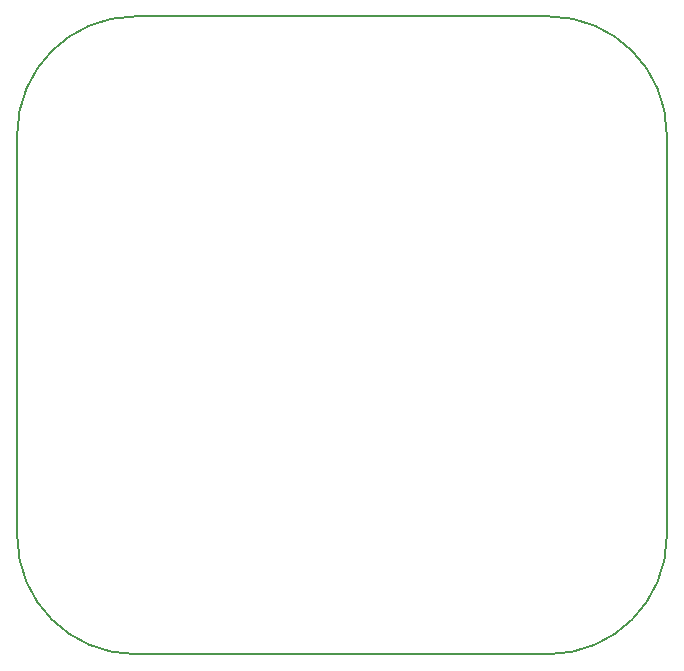
<source format=gbr>
%TF.GenerationSoftware,KiCad,Pcbnew,(5.1.10)-1*%
%TF.CreationDate,2021-09-20T20:27:13+02:00*%
%TF.ProjectId,STM32F405RG +  Gyro + I2C,53544d33-3246-4343-9035-5247202b2020,rev?*%
%TF.SameCoordinates,Original*%
%TF.FileFunction,Profile,NP*%
%FSLAX46Y46*%
G04 Gerber Fmt 4.6, Leading zero omitted, Abs format (unit mm)*
G04 Created by KiCad (PCBNEW (5.1.10)-1) date 2021-09-20 20:27:13*
%MOMM*%
%LPD*%
G01*
G04 APERTURE LIST*
%TA.AperFunction,Profile*%
%ADD10C,0.150000*%
%TD*%
G04 APERTURE END LIST*
D10*
X125000000Y-87500000D02*
G75*
G02*
X135000000Y-77500000I10000000J0D01*
G01*
X170000000Y-77500000D02*
G75*
G02*
X180000000Y-87500000I0J-10000000D01*
G01*
X180000000Y-121500000D02*
G75*
G02*
X170000000Y-131500000I-10000000J0D01*
G01*
X135000000Y-131500000D02*
G75*
G02*
X125000000Y-121500000I0J10000000D01*
G01*
X135000000Y-77500000D02*
X170000000Y-77500000D01*
X180000000Y-87500000D02*
X180000000Y-121500000D01*
X170000000Y-131500000D02*
X135000000Y-131500000D01*
X125000000Y-121500000D02*
X125000000Y-87500000D01*
M02*

</source>
